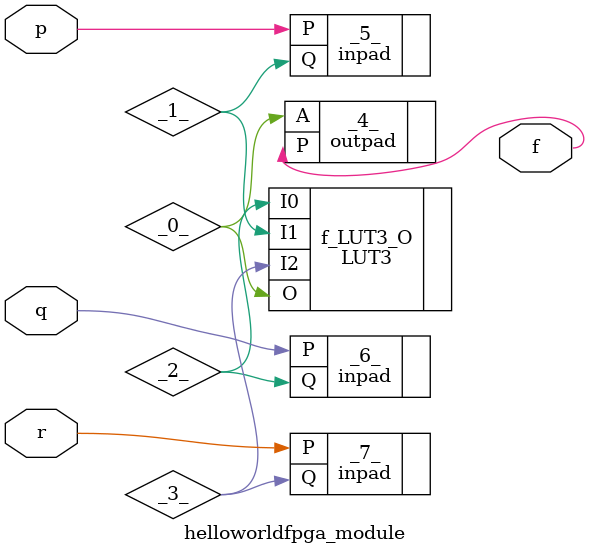
<source format=v>
/* Generated by Yosys 0.9+2406 (git sha1 ca763e6d5, gcc 10.2.1-6 -fPIC -Os) */

(* top =  1  *)
(* src = "/storage/self/primary/fwc/guna/fpga-examples/blink/helloworldfpga.v:1.1-11.10" *)
module helloworldfpga_module(p, q, r, f);
  wire _0_;
  wire _1_;
  wire _2_;
  wire _3_;
  (* src = "/storage/self/primary/fwc/guna/fpga-examples/blink/helloworldfpga.v:5.15-5.16" *)
  output f;
  (* src = "/storage/self/primary/fwc/guna/fpga-examples/blink/helloworldfpga.v:2.14-2.15" *)
  input p;
  (* src = "/storage/self/primary/fwc/guna/fpga-examples/blink/helloworldfpga.v:3.14-3.15" *)
  input q;
  (* src = "/storage/self/primary/fwc/guna/fpga-examples/blink/helloworldfpga.v:4.14-4.15" *)
  input r;
  (* keep = 32'd1 *)
  outpad #(
    .IO_LOC("X18Y3"),
    .IO_PAD("63"),
    .IO_TYPE("BIDIR")
  ) _4_ (
    .A(_0_),
    .P(f)
  );
  (* keep = 32'd1 *)
  inpad #(
    .IO_LOC({0{1'b0}}),
    .IO_PAD({0{1'b0}}),
    .IO_TYPE({0{1'b0}})
  ) _5_ (
    .P(p),
    .Q(_1_)
  );
  (* keep = 32'd1 *)
  inpad #(
    .IO_LOC({0{1'b0}}),
    .IO_PAD({0{1'b0}}),
    .IO_TYPE({0{1'b0}})
  ) _6_ (
    .P(q),
    .Q(_2_)
  );
  (* keep = 32'd1 *)
  inpad #(
    .IO_LOC({0{1'b0}}),
    .IO_PAD({0{1'b0}}),
    .IO_TYPE({0{1'b0}})
  ) _7_ (
    .P(r),
    .Q(_3_)
  );
  (* module_not_derived = 32'd1 *)
  (* src = "/data/data/com.termux/files/home/symbiflow/bin/../share/yosys/quicklogic/pp3_lut_map.v:36.63-36.121" *)
  LUT3 #(
    .EQN("(~I0*I1*~I2)+(I0*I1*~I2)+(I0*~I1*I2)+(~I0*I1*I2)"),
    .INIT(9'h0d8)
  ) f_LUT3_O (
    .I0(_2_),
    .I1(_1_),
    .I2(_3_),
    .O(_0_)
  );
endmodule

</source>
